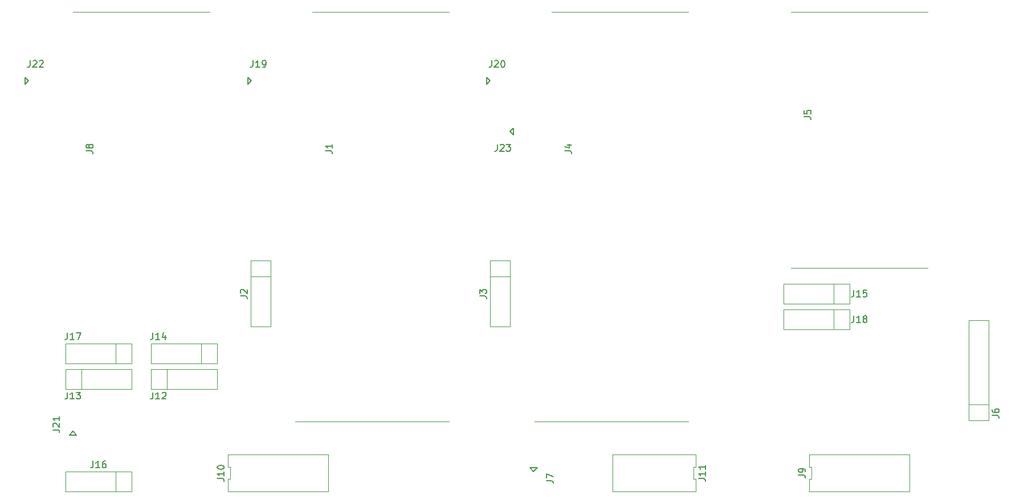
<source format=gbr>
G04 #@! TF.GenerationSoftware,KiCad,Pcbnew,(5.1.5)-3*
G04 #@! TF.CreationDate,2020-11-10T19:03:26-08:00*
G04 #@! TF.ProjectId,quickfeather-expansion-board-duo,71756963-6b66-4656-9174-6865722d6578,rev?*
G04 #@! TF.SameCoordinates,Original*
G04 #@! TF.FileFunction,Legend,Top*
G04 #@! TF.FilePolarity,Positive*
%FSLAX46Y46*%
G04 Gerber Fmt 4.6, Leading zero omitted, Abs format (unit mm)*
G04 Created by KiCad (PCBNEW (5.1.5)-3) date 2020-11-10 19:03:26*
%MOMM*%
%LPD*%
G04 APERTURE LIST*
%ADD10C,0.120000*%
%ADD11C,0.150000*%
G04 APERTURE END LIST*
D10*
X106680000Y-38100000D02*
X86360000Y-38100000D01*
X106680000Y-99060000D02*
X83820000Y-99060000D01*
X142240000Y-99060000D02*
X119380000Y-99060000D01*
X142240000Y-38100000D02*
X121920000Y-38100000D01*
X80240000Y-77470000D02*
X77240000Y-77470000D01*
X77240000Y-75100000D02*
X80240000Y-75100000D01*
X77240000Y-84920000D02*
X77240000Y-75100000D01*
X80240000Y-84920000D02*
X77240000Y-84920000D01*
X80240000Y-75100000D02*
X80240000Y-84920000D01*
X115800000Y-77470000D02*
X112800000Y-77470000D01*
X112800000Y-75100000D02*
X115800000Y-75100000D01*
X112800000Y-84920000D02*
X112800000Y-75100000D01*
X115800000Y-84920000D02*
X112800000Y-84920000D01*
X115800000Y-75100000D02*
X115800000Y-84920000D01*
X177800000Y-76200000D02*
X157480000Y-76200000D01*
X177800000Y-38100000D02*
X157480000Y-38100000D01*
X183920000Y-96520000D02*
X186920000Y-96520000D01*
X186920000Y-98890000D02*
X183920000Y-98890000D01*
X186920000Y-83990000D02*
X186920000Y-98890000D01*
X183920000Y-83990000D02*
X186920000Y-83990000D01*
X183920000Y-98890000D02*
X183920000Y-83990000D01*
D11*
X118740000Y-105910000D02*
X119265000Y-106435000D01*
X119790000Y-105910000D02*
X118740000Y-105910000D01*
X119265000Y-106435000D02*
X119790000Y-105910000D01*
D10*
X71120000Y-38100000D02*
X50800000Y-38100000D01*
X160190000Y-107603333D02*
X160190000Y-109449999D01*
X160550000Y-107603333D02*
X160190000Y-107603333D01*
X160550000Y-105756667D02*
X160550000Y-107603333D01*
X160190000Y-105756667D02*
X160550000Y-105756667D01*
X160190000Y-103910000D02*
X160190000Y-105756667D01*
X175090000Y-103910001D02*
X160190000Y-103910000D01*
X175090000Y-109450000D02*
X175090000Y-103910001D01*
X160190000Y-109449999D02*
X175090000Y-109450000D01*
X73830000Y-109449999D02*
X88730000Y-109450000D01*
X88730000Y-109450000D02*
X88730000Y-103910001D01*
X88730000Y-103910001D02*
X73830000Y-103910000D01*
X73830000Y-103910000D02*
X73830000Y-105756667D01*
X73830000Y-105756667D02*
X74190000Y-105756667D01*
X74190000Y-105756667D02*
X74190000Y-107603333D01*
X74190000Y-107603333D02*
X73830000Y-107603333D01*
X73830000Y-107603333D02*
X73830000Y-109449999D01*
X143340000Y-105756667D02*
X143340000Y-103910001D01*
X142980000Y-105756667D02*
X143340000Y-105756667D01*
X142980000Y-107603333D02*
X142980000Y-105756667D01*
X143340000Y-107603333D02*
X142980000Y-107603333D01*
X143340000Y-109450000D02*
X143340000Y-107603333D01*
X130980000Y-109449999D02*
X143340000Y-109450000D01*
X130980000Y-103910000D02*
X130980000Y-109449999D01*
X143340000Y-103910001D02*
X130980000Y-103910000D01*
X64770000Y-91210000D02*
X64770000Y-94210000D01*
X62400000Y-94210000D02*
X62400000Y-91210000D01*
X72220000Y-94210000D02*
X62400000Y-94210000D01*
X72220000Y-91210000D02*
X72220000Y-94210000D01*
X62400000Y-91210000D02*
X72220000Y-91210000D01*
X49700000Y-91210000D02*
X59520000Y-91210000D01*
X59520000Y-91210000D02*
X59520000Y-94210000D01*
X59520000Y-94210000D02*
X49700000Y-94210000D01*
X49700000Y-94210000D02*
X49700000Y-91210000D01*
X52070000Y-91210000D02*
X52070000Y-94210000D01*
X72220000Y-90400000D02*
X62400000Y-90400000D01*
X62400000Y-90400000D02*
X62400000Y-87400000D01*
X62400000Y-87400000D02*
X72220000Y-87400000D01*
X72220000Y-87400000D02*
X72220000Y-90400000D01*
X69850000Y-90400000D02*
X69850000Y-87400000D01*
X166200000Y-81510000D02*
X156380000Y-81510000D01*
X156380000Y-81510000D02*
X156380000Y-78510000D01*
X156380000Y-78510000D02*
X166200000Y-78510000D01*
X166200000Y-78510000D02*
X166200000Y-81510000D01*
X163830000Y-81510000D02*
X163830000Y-78510000D01*
X57150000Y-109450000D02*
X57150000Y-106450000D01*
X59520000Y-106450000D02*
X59520000Y-109450000D01*
X49700000Y-106450000D02*
X59520000Y-106450000D01*
X49700000Y-109450000D02*
X49700000Y-106450000D01*
X59520000Y-109450000D02*
X49700000Y-109450000D01*
X59520000Y-90400000D02*
X49700000Y-90400000D01*
X49700000Y-90400000D02*
X49700000Y-87400000D01*
X49700000Y-87400000D02*
X59520000Y-87400000D01*
X59520000Y-87400000D02*
X59520000Y-90400000D01*
X57150000Y-90400000D02*
X57150000Y-87400000D01*
X163830000Y-85320000D02*
X163830000Y-82320000D01*
X166200000Y-82320000D02*
X166200000Y-85320000D01*
X156380000Y-82320000D02*
X166200000Y-82320000D01*
X156380000Y-85320000D02*
X156380000Y-82320000D01*
X166200000Y-85320000D02*
X156380000Y-85320000D01*
D11*
X76780000Y-48810000D02*
X77305000Y-48285000D01*
X76780000Y-47760000D02*
X76780000Y-48810000D01*
X77305000Y-48285000D02*
X76780000Y-47760000D01*
X112785000Y-48285000D02*
X112260000Y-47760000D01*
X112260000Y-47760000D02*
X112260000Y-48810000D01*
X112260000Y-48810000D02*
X112785000Y-48285000D01*
X51350000Y-101020000D02*
X50825000Y-100495000D01*
X50300000Y-101020000D02*
X51350000Y-101020000D01*
X50825000Y-100495000D02*
X50300000Y-101020000D01*
X44205000Y-48285000D02*
X43680000Y-47760000D01*
X43680000Y-47760000D02*
X43680000Y-48810000D01*
X43680000Y-48810000D02*
X44205000Y-48285000D01*
X116260000Y-55330000D02*
X115735000Y-55855000D01*
X116260000Y-56380000D02*
X116260000Y-55330000D01*
X115735000Y-55855000D02*
X116260000Y-56380000D01*
X88352380Y-58753333D02*
X89066666Y-58753333D01*
X89209523Y-58800952D01*
X89304761Y-58896190D01*
X89352380Y-59039047D01*
X89352380Y-59134285D01*
X89352380Y-57753333D02*
X89352380Y-58324761D01*
X89352380Y-58039047D02*
X88352380Y-58039047D01*
X88495238Y-58134285D01*
X88590476Y-58229523D01*
X88638095Y-58324761D01*
X123912380Y-58753333D02*
X124626666Y-58753333D01*
X124769523Y-58800952D01*
X124864761Y-58896190D01*
X124912380Y-59039047D01*
X124912380Y-59134285D01*
X124245714Y-57848571D02*
X124912380Y-57848571D01*
X123864761Y-58086666D02*
X124579047Y-58324761D01*
X124579047Y-57705714D01*
X75692380Y-80343333D02*
X76406666Y-80343333D01*
X76549523Y-80390952D01*
X76644761Y-80486190D01*
X76692380Y-80629047D01*
X76692380Y-80724285D01*
X75787619Y-79914761D02*
X75740000Y-79867142D01*
X75692380Y-79771904D01*
X75692380Y-79533809D01*
X75740000Y-79438571D01*
X75787619Y-79390952D01*
X75882857Y-79343333D01*
X75978095Y-79343333D01*
X76120952Y-79390952D01*
X76692380Y-79962380D01*
X76692380Y-79343333D01*
X111252380Y-80343333D02*
X111966666Y-80343333D01*
X112109523Y-80390952D01*
X112204761Y-80486190D01*
X112252380Y-80629047D01*
X112252380Y-80724285D01*
X111252380Y-79962380D02*
X111252380Y-79343333D01*
X111633333Y-79676666D01*
X111633333Y-79533809D01*
X111680952Y-79438571D01*
X111728571Y-79390952D01*
X111823809Y-79343333D01*
X112061904Y-79343333D01*
X112157142Y-79390952D01*
X112204761Y-79438571D01*
X112252380Y-79533809D01*
X112252380Y-79819523D01*
X112204761Y-79914761D01*
X112157142Y-79962380D01*
X159472380Y-53673333D02*
X160186666Y-53673333D01*
X160329523Y-53720952D01*
X160424761Y-53816190D01*
X160472380Y-53959047D01*
X160472380Y-54054285D01*
X159472380Y-52720952D02*
X159472380Y-53197142D01*
X159948571Y-53244761D01*
X159900952Y-53197142D01*
X159853333Y-53101904D01*
X159853333Y-52863809D01*
X159900952Y-52768571D01*
X159948571Y-52720952D01*
X160043809Y-52673333D01*
X160281904Y-52673333D01*
X160377142Y-52720952D01*
X160424761Y-52768571D01*
X160472380Y-52863809D01*
X160472380Y-53101904D01*
X160424761Y-53197142D01*
X160377142Y-53244761D01*
X187412380Y-98123333D02*
X188126666Y-98123333D01*
X188269523Y-98170952D01*
X188364761Y-98266190D01*
X188412380Y-98409047D01*
X188412380Y-98504285D01*
X187412380Y-97218571D02*
X187412380Y-97409047D01*
X187460000Y-97504285D01*
X187507619Y-97551904D01*
X187650476Y-97647142D01*
X187840952Y-97694761D01*
X188221904Y-97694761D01*
X188317142Y-97647142D01*
X188364761Y-97599523D01*
X188412380Y-97504285D01*
X188412380Y-97313809D01*
X188364761Y-97218571D01*
X188317142Y-97170952D01*
X188221904Y-97123333D01*
X187983809Y-97123333D01*
X187888571Y-97170952D01*
X187840952Y-97218571D01*
X187793333Y-97313809D01*
X187793333Y-97504285D01*
X187840952Y-97599523D01*
X187888571Y-97647142D01*
X187983809Y-97694761D01*
X121172380Y-107823333D02*
X121886666Y-107823333D01*
X122029523Y-107870952D01*
X122124761Y-107966190D01*
X122172380Y-108109047D01*
X122172380Y-108204285D01*
X121172380Y-107442380D02*
X121172380Y-106775714D01*
X122172380Y-107204285D01*
X52792380Y-58753333D02*
X53506666Y-58753333D01*
X53649523Y-58800952D01*
X53744761Y-58896190D01*
X53792380Y-59039047D01*
X53792380Y-59134285D01*
X53220952Y-58134285D02*
X53173333Y-58229523D01*
X53125714Y-58277142D01*
X53030476Y-58324761D01*
X52982857Y-58324761D01*
X52887619Y-58277142D01*
X52840000Y-58229523D01*
X52792380Y-58134285D01*
X52792380Y-57943809D01*
X52840000Y-57848571D01*
X52887619Y-57800952D01*
X52982857Y-57753333D01*
X53030476Y-57753333D01*
X53125714Y-57800952D01*
X53173333Y-57848571D01*
X53220952Y-57943809D01*
X53220952Y-58134285D01*
X53268571Y-58229523D01*
X53316190Y-58277142D01*
X53411428Y-58324761D01*
X53601904Y-58324761D01*
X53697142Y-58277142D01*
X53744761Y-58229523D01*
X53792380Y-58134285D01*
X53792380Y-57943809D01*
X53744761Y-57848571D01*
X53697142Y-57800952D01*
X53601904Y-57753333D01*
X53411428Y-57753333D01*
X53316190Y-57800952D01*
X53268571Y-57848571D01*
X53220952Y-57943809D01*
X158642380Y-107013333D02*
X159356666Y-107013333D01*
X159499523Y-107060952D01*
X159594761Y-107156190D01*
X159642380Y-107299047D01*
X159642380Y-107394285D01*
X159642380Y-106489523D02*
X159642380Y-106299047D01*
X159594761Y-106203809D01*
X159547142Y-106156190D01*
X159404285Y-106060952D01*
X159213809Y-106013333D01*
X158832857Y-106013333D01*
X158737619Y-106060952D01*
X158690000Y-106108571D01*
X158642380Y-106203809D01*
X158642380Y-106394285D01*
X158690000Y-106489523D01*
X158737619Y-106537142D01*
X158832857Y-106584761D01*
X159070952Y-106584761D01*
X159166190Y-106537142D01*
X159213809Y-106489523D01*
X159261428Y-106394285D01*
X159261428Y-106203809D01*
X159213809Y-106108571D01*
X159166190Y-106060952D01*
X159070952Y-106013333D01*
X72282380Y-107489523D02*
X72996666Y-107489523D01*
X73139523Y-107537142D01*
X73234761Y-107632380D01*
X73282380Y-107775238D01*
X73282380Y-107870476D01*
X73282380Y-106489523D02*
X73282380Y-107060952D01*
X73282380Y-106775238D02*
X72282380Y-106775238D01*
X72425238Y-106870476D01*
X72520476Y-106965714D01*
X72568095Y-107060952D01*
X72282380Y-105870476D02*
X72282380Y-105775238D01*
X72330000Y-105680000D01*
X72377619Y-105632380D01*
X72472857Y-105584761D01*
X72663333Y-105537142D01*
X72901428Y-105537142D01*
X73091904Y-105584761D01*
X73187142Y-105632380D01*
X73234761Y-105680000D01*
X73282380Y-105775238D01*
X73282380Y-105870476D01*
X73234761Y-105965714D01*
X73187142Y-106013333D01*
X73091904Y-106060952D01*
X72901428Y-106108571D01*
X72663333Y-106108571D01*
X72472857Y-106060952D01*
X72377619Y-106013333D01*
X72330000Y-105965714D01*
X72282380Y-105870476D01*
X143792380Y-107489523D02*
X144506666Y-107489523D01*
X144649523Y-107537142D01*
X144744761Y-107632380D01*
X144792380Y-107775238D01*
X144792380Y-107870476D01*
X144792380Y-106489523D02*
X144792380Y-107060952D01*
X144792380Y-106775238D02*
X143792380Y-106775238D01*
X143935238Y-106870476D01*
X144030476Y-106965714D01*
X144078095Y-107060952D01*
X144792380Y-105537142D02*
X144792380Y-106108571D01*
X144792380Y-105822857D02*
X143792380Y-105822857D01*
X143935238Y-105918095D01*
X144030476Y-106013333D01*
X144078095Y-106108571D01*
X62690476Y-94662380D02*
X62690476Y-95376666D01*
X62642857Y-95519523D01*
X62547619Y-95614761D01*
X62404761Y-95662380D01*
X62309523Y-95662380D01*
X63690476Y-95662380D02*
X63119047Y-95662380D01*
X63404761Y-95662380D02*
X63404761Y-94662380D01*
X63309523Y-94805238D01*
X63214285Y-94900476D01*
X63119047Y-94948095D01*
X64071428Y-94757619D02*
X64119047Y-94710000D01*
X64214285Y-94662380D01*
X64452380Y-94662380D01*
X64547619Y-94710000D01*
X64595238Y-94757619D01*
X64642857Y-94852857D01*
X64642857Y-94948095D01*
X64595238Y-95090952D01*
X64023809Y-95662380D01*
X64642857Y-95662380D01*
X49990476Y-94662380D02*
X49990476Y-95376666D01*
X49942857Y-95519523D01*
X49847619Y-95614761D01*
X49704761Y-95662380D01*
X49609523Y-95662380D01*
X50990476Y-95662380D02*
X50419047Y-95662380D01*
X50704761Y-95662380D02*
X50704761Y-94662380D01*
X50609523Y-94805238D01*
X50514285Y-94900476D01*
X50419047Y-94948095D01*
X51323809Y-94662380D02*
X51942857Y-94662380D01*
X51609523Y-95043333D01*
X51752380Y-95043333D01*
X51847619Y-95090952D01*
X51895238Y-95138571D01*
X51942857Y-95233809D01*
X51942857Y-95471904D01*
X51895238Y-95567142D01*
X51847619Y-95614761D01*
X51752380Y-95662380D01*
X51466666Y-95662380D01*
X51371428Y-95614761D01*
X51323809Y-95567142D01*
X62690476Y-85812380D02*
X62690476Y-86526666D01*
X62642857Y-86669523D01*
X62547619Y-86764761D01*
X62404761Y-86812380D01*
X62309523Y-86812380D01*
X63690476Y-86812380D02*
X63119047Y-86812380D01*
X63404761Y-86812380D02*
X63404761Y-85812380D01*
X63309523Y-85955238D01*
X63214285Y-86050476D01*
X63119047Y-86098095D01*
X64547619Y-86145714D02*
X64547619Y-86812380D01*
X64309523Y-85764761D02*
X64071428Y-86479047D01*
X64690476Y-86479047D01*
X166830476Y-79462380D02*
X166830476Y-80176666D01*
X166782857Y-80319523D01*
X166687619Y-80414761D01*
X166544761Y-80462380D01*
X166449523Y-80462380D01*
X167830476Y-80462380D02*
X167259047Y-80462380D01*
X167544761Y-80462380D02*
X167544761Y-79462380D01*
X167449523Y-79605238D01*
X167354285Y-79700476D01*
X167259047Y-79748095D01*
X168735238Y-79462380D02*
X168259047Y-79462380D01*
X168211428Y-79938571D01*
X168259047Y-79890952D01*
X168354285Y-79843333D01*
X168592380Y-79843333D01*
X168687619Y-79890952D01*
X168735238Y-79938571D01*
X168782857Y-80033809D01*
X168782857Y-80271904D01*
X168735238Y-80367142D01*
X168687619Y-80414761D01*
X168592380Y-80462380D01*
X168354285Y-80462380D01*
X168259047Y-80414761D01*
X168211428Y-80367142D01*
X53800476Y-104902380D02*
X53800476Y-105616666D01*
X53752857Y-105759523D01*
X53657619Y-105854761D01*
X53514761Y-105902380D01*
X53419523Y-105902380D01*
X54800476Y-105902380D02*
X54229047Y-105902380D01*
X54514761Y-105902380D02*
X54514761Y-104902380D01*
X54419523Y-105045238D01*
X54324285Y-105140476D01*
X54229047Y-105188095D01*
X55657619Y-104902380D02*
X55467142Y-104902380D01*
X55371904Y-104950000D01*
X55324285Y-104997619D01*
X55229047Y-105140476D01*
X55181428Y-105330952D01*
X55181428Y-105711904D01*
X55229047Y-105807142D01*
X55276666Y-105854761D01*
X55371904Y-105902380D01*
X55562380Y-105902380D01*
X55657619Y-105854761D01*
X55705238Y-105807142D01*
X55752857Y-105711904D01*
X55752857Y-105473809D01*
X55705238Y-105378571D01*
X55657619Y-105330952D01*
X55562380Y-105283333D01*
X55371904Y-105283333D01*
X55276666Y-105330952D01*
X55229047Y-105378571D01*
X55181428Y-105473809D01*
X49990476Y-85812380D02*
X49990476Y-86526666D01*
X49942857Y-86669523D01*
X49847619Y-86764761D01*
X49704761Y-86812380D01*
X49609523Y-86812380D01*
X50990476Y-86812380D02*
X50419047Y-86812380D01*
X50704761Y-86812380D02*
X50704761Y-85812380D01*
X50609523Y-85955238D01*
X50514285Y-86050476D01*
X50419047Y-86098095D01*
X51323809Y-85812380D02*
X51990476Y-85812380D01*
X51561904Y-86812380D01*
X166830476Y-83272380D02*
X166830476Y-83986666D01*
X166782857Y-84129523D01*
X166687619Y-84224761D01*
X166544761Y-84272380D01*
X166449523Y-84272380D01*
X167830476Y-84272380D02*
X167259047Y-84272380D01*
X167544761Y-84272380D02*
X167544761Y-83272380D01*
X167449523Y-83415238D01*
X167354285Y-83510476D01*
X167259047Y-83558095D01*
X168401904Y-83700952D02*
X168306666Y-83653333D01*
X168259047Y-83605714D01*
X168211428Y-83510476D01*
X168211428Y-83462857D01*
X168259047Y-83367619D01*
X168306666Y-83320000D01*
X168401904Y-83272380D01*
X168592380Y-83272380D01*
X168687619Y-83320000D01*
X168735238Y-83367619D01*
X168782857Y-83462857D01*
X168782857Y-83510476D01*
X168735238Y-83605714D01*
X168687619Y-83653333D01*
X168592380Y-83700952D01*
X168401904Y-83700952D01*
X168306666Y-83748571D01*
X168259047Y-83796190D01*
X168211428Y-83891428D01*
X168211428Y-84081904D01*
X168259047Y-84177142D01*
X168306666Y-84224761D01*
X168401904Y-84272380D01*
X168592380Y-84272380D01*
X168687619Y-84224761D01*
X168735238Y-84177142D01*
X168782857Y-84081904D01*
X168782857Y-83891428D01*
X168735238Y-83796190D01*
X168687619Y-83748571D01*
X168592380Y-83700952D01*
X77550476Y-45282380D02*
X77550476Y-45996666D01*
X77502857Y-46139523D01*
X77407619Y-46234761D01*
X77264761Y-46282380D01*
X77169523Y-46282380D01*
X78550476Y-46282380D02*
X77979047Y-46282380D01*
X78264761Y-46282380D02*
X78264761Y-45282380D01*
X78169523Y-45425238D01*
X78074285Y-45520476D01*
X77979047Y-45568095D01*
X79026666Y-46282380D02*
X79217142Y-46282380D01*
X79312380Y-46234761D01*
X79360000Y-46187142D01*
X79455238Y-46044285D01*
X79502857Y-45853809D01*
X79502857Y-45472857D01*
X79455238Y-45377619D01*
X79407619Y-45330000D01*
X79312380Y-45282380D01*
X79121904Y-45282380D01*
X79026666Y-45330000D01*
X78979047Y-45377619D01*
X78931428Y-45472857D01*
X78931428Y-45710952D01*
X78979047Y-45806190D01*
X79026666Y-45853809D01*
X79121904Y-45901428D01*
X79312380Y-45901428D01*
X79407619Y-45853809D01*
X79455238Y-45806190D01*
X79502857Y-45710952D01*
X113030476Y-45282380D02*
X113030476Y-45996666D01*
X112982857Y-46139523D01*
X112887619Y-46234761D01*
X112744761Y-46282380D01*
X112649523Y-46282380D01*
X113459047Y-45377619D02*
X113506666Y-45330000D01*
X113601904Y-45282380D01*
X113840000Y-45282380D01*
X113935238Y-45330000D01*
X113982857Y-45377619D01*
X114030476Y-45472857D01*
X114030476Y-45568095D01*
X113982857Y-45710952D01*
X113411428Y-46282380D01*
X114030476Y-46282380D01*
X114649523Y-45282380D02*
X114744761Y-45282380D01*
X114840000Y-45330000D01*
X114887619Y-45377619D01*
X114935238Y-45472857D01*
X114982857Y-45663333D01*
X114982857Y-45901428D01*
X114935238Y-46091904D01*
X114887619Y-46187142D01*
X114840000Y-46234761D01*
X114744761Y-46282380D01*
X114649523Y-46282380D01*
X114554285Y-46234761D01*
X114506666Y-46187142D01*
X114459047Y-46091904D01*
X114411428Y-45901428D01*
X114411428Y-45663333D01*
X114459047Y-45472857D01*
X114506666Y-45377619D01*
X114554285Y-45330000D01*
X114649523Y-45282380D01*
X47822380Y-100249523D02*
X48536666Y-100249523D01*
X48679523Y-100297142D01*
X48774761Y-100392380D01*
X48822380Y-100535238D01*
X48822380Y-100630476D01*
X47917619Y-99820952D02*
X47870000Y-99773333D01*
X47822380Y-99678095D01*
X47822380Y-99440000D01*
X47870000Y-99344761D01*
X47917619Y-99297142D01*
X48012857Y-99249523D01*
X48108095Y-99249523D01*
X48250952Y-99297142D01*
X48822380Y-99868571D01*
X48822380Y-99249523D01*
X48822380Y-98297142D02*
X48822380Y-98868571D01*
X48822380Y-98582857D02*
X47822380Y-98582857D01*
X47965238Y-98678095D01*
X48060476Y-98773333D01*
X48108095Y-98868571D01*
X44450476Y-45282380D02*
X44450476Y-45996666D01*
X44402857Y-46139523D01*
X44307619Y-46234761D01*
X44164761Y-46282380D01*
X44069523Y-46282380D01*
X44879047Y-45377619D02*
X44926666Y-45330000D01*
X45021904Y-45282380D01*
X45260000Y-45282380D01*
X45355238Y-45330000D01*
X45402857Y-45377619D01*
X45450476Y-45472857D01*
X45450476Y-45568095D01*
X45402857Y-45710952D01*
X44831428Y-46282380D01*
X45450476Y-46282380D01*
X45831428Y-45377619D02*
X45879047Y-45330000D01*
X45974285Y-45282380D01*
X46212380Y-45282380D01*
X46307619Y-45330000D01*
X46355238Y-45377619D01*
X46402857Y-45472857D01*
X46402857Y-45568095D01*
X46355238Y-45710952D01*
X45783809Y-46282380D01*
X46402857Y-46282380D01*
X113870476Y-57762380D02*
X113870476Y-58476666D01*
X113822857Y-58619523D01*
X113727619Y-58714761D01*
X113584761Y-58762380D01*
X113489523Y-58762380D01*
X114299047Y-57857619D02*
X114346666Y-57810000D01*
X114441904Y-57762380D01*
X114680000Y-57762380D01*
X114775238Y-57810000D01*
X114822857Y-57857619D01*
X114870476Y-57952857D01*
X114870476Y-58048095D01*
X114822857Y-58190952D01*
X114251428Y-58762380D01*
X114870476Y-58762380D01*
X115203809Y-57762380D02*
X115822857Y-57762380D01*
X115489523Y-58143333D01*
X115632380Y-58143333D01*
X115727619Y-58190952D01*
X115775238Y-58238571D01*
X115822857Y-58333809D01*
X115822857Y-58571904D01*
X115775238Y-58667142D01*
X115727619Y-58714761D01*
X115632380Y-58762380D01*
X115346666Y-58762380D01*
X115251428Y-58714761D01*
X115203809Y-58667142D01*
M02*

</source>
